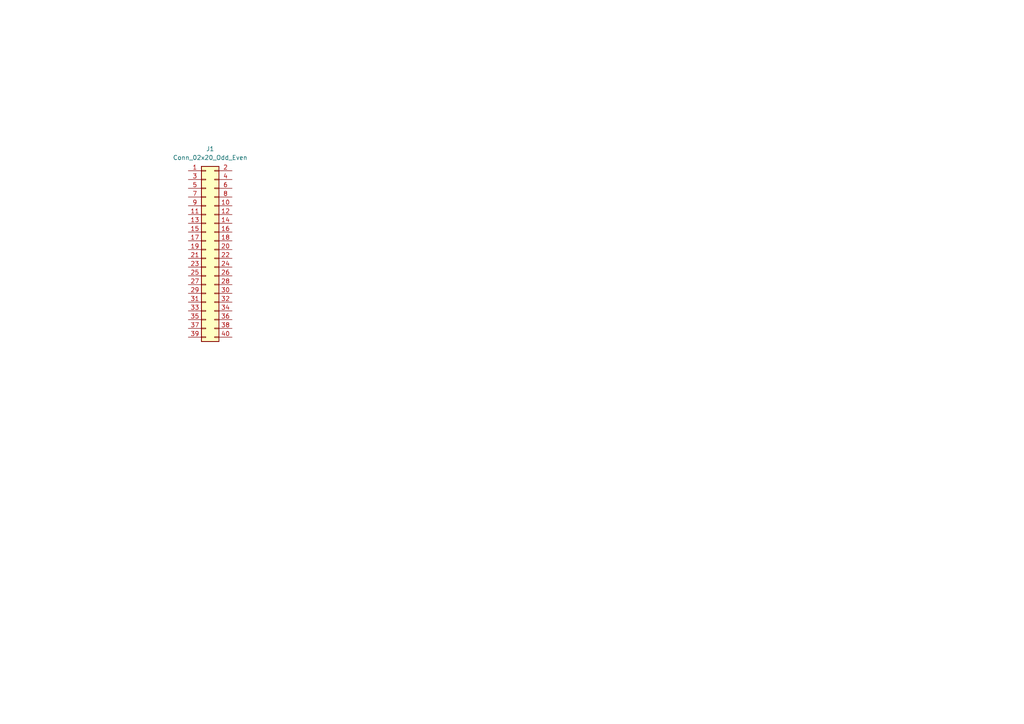
<source format=kicad_sch>
(kicad_sch (version 20250114) (generator "eeschema") (generator_version "9.0")
  (paper "A4")
  (lib_symbols
    (symbol "Connector_Generic:Conn_02x20_Odd_Even" (pin_names (offset 1.016) (hide yes))
      (property "Reference" "J" (at 1.27 25.4 0))
      (property "Value" "Conn_02x20_Odd_Even" (at 1.27 -27.94 0))
      (symbol "Conn_02x20_Odd_Even_1_1"
        (rectangle (start -1.27 24.13) (end 3.81 -26.67) (stroke (width 0.254)) (fill (type background)))
        (rectangle (start -1.27 22.987) (end 0 22.733) (stroke (width 0.1524)))
        (rectangle (start -1.27 20.447) (end 0 20.193) (stroke (width 0.1524)))
        (rectangle (start -1.27 17.907) (end 0 17.653) (stroke (width 0.1524)))
        (rectangle (start -1.27 15.367) (end 0 15.113) (stroke (width 0.1524)))
        (rectangle (start -1.27 12.827) (end 0 12.573) (stroke (width 0.1524)))
        (rectangle (start -1.27 10.287) (end 0 10.033) (stroke (width 0.1524)))
        (rectangle (start -1.27 7.747) (end 0 7.493) (stroke (width 0.1524)))
        (rectangle (start -1.27 5.207) (end 0 4.953) (stroke (width 0.1524)))
        (rectangle (start -1.27 2.667) (end 0 2.413) (stroke (width 0.1524)))
        (rectangle (start -1.27 0.127) (end 0 -0.127) (stroke (width 0.1524)))
        (rectangle (start -1.27 -2.413) (end 0 -2.667) (stroke (width 0.1524)))
        (rectangle (start -1.27 -4.953) (end 0 -5.207) (stroke (width 0.1524)))
        (rectangle (start -1.27 -7.493) (end 0 -7.747) (stroke (width 0.1524)))
        (rectangle (start -1.27 -10.033) (end 0 -10.287) (stroke (width 0.1524)))
        (rectangle (start -1.27 -12.573) (end 0 -12.827) (stroke (width 0.1524)))
        (rectangle (start -1.27 -15.113) (end 0 -15.367) (stroke (width 0.1524)))
        (rectangle (start -1.27 -17.653) (end 0 -17.907) (stroke (width 0.1524)))
        (rectangle (start -1.27 -20.193) (end 0 -20.447) (stroke (width 0.1524)))
        (rectangle (start -1.27 -22.733) (end 0 -22.987) (stroke (width 0.1524)))
        (rectangle (start -1.27 -25.273) (end 0 -25.527) (stroke (width 0.1524)))
        (rectangle (start 3.81 22.987) (end 2.54 22.733) (stroke (width 0.1524)))
        (rectangle (start 3.81 20.447) (end 2.54 20.193) (stroke (width 0.1524)))
        (rectangle (start 3.81 17.907) (end 2.54 17.653) (stroke (width 0.1524)))
        (rectangle (start 3.81 15.367) (end 2.54 15.113) (stroke (width 0.1524)))
        (rectangle (start 3.81 12.827) (end 2.54 12.573) (stroke (width 0.1524)))
        (rectangle (start 3.81 10.287) (end 2.54 10.033) (stroke (width 0.1524)))
        (rectangle (start 3.81 7.747) (end 2.54 7.493) (stroke (width 0.1524)))
        (rectangle (start 3.81 5.207) (end 2.54 4.953) (stroke (width 0.1524)))
        (rectangle (start 3.81 2.667) (end 2.54 2.413) (stroke (width 0.1524)))
        (rectangle (start 3.81 0.127) (end 2.54 -0.127) (stroke (width 0.1524)))
        (rectangle (start 3.81 -2.413) (end 2.54 -2.667) (stroke (width 0.1524)))
        (rectangle (start 3.81 -4.953) (end 2.54 -5.207) (stroke (width 0.1524)))
        (rectangle (start 3.81 -7.493) (end 2.54 -7.747) (stroke (width 0.1524)))
        (rectangle (start 3.81 -10.033) (end 2.54 -10.287) (stroke (width 0.1524)))
        (rectangle (start 3.81 -12.573) (end 2.54 -12.827) (stroke (width 0.1524)))
        (rectangle (start 3.81 -15.113) (end 2.54 -15.367) (stroke (width 0.1524)))
        (rectangle (start 3.81 -17.653) (end 2.54 -17.907) (stroke (width 0.1524)))
        (rectangle (start 3.81 -20.193) (end 2.54 -20.447) (stroke (width 0.1524)))
        (rectangle (start 3.81 -22.733) (end 2.54 -22.987) (stroke (width 0.1524)))
        (rectangle (start 3.81 -25.273) (end 2.54 -25.527) (stroke (width 0.1524)))
        (pin passive line (at -5.08 22.86 0) (length 3.81) (name "Pin_1") (number "1"))
        (pin passive line (at -5.08 20.32 0) (length 3.81) (name "Pin_3") (number "3"))
        (pin passive line (at -5.08 17.78 0) (length 3.81) (name "Pin_5") (number "5"))
        (pin passive line (at -5.08 15.24 0) (length 3.81) (name "Pin_7") (number "7"))
        (pin passive line (at -5.08 12.7 0) (length 3.81) (name "Pin_9") (number "9"))
        (pin passive line (at -5.08 10.16 0) (length 3.81) (name "Pin_11") (number "11"))
        (pin passive line (at -5.08 7.62 0) (length 3.81) (name "Pin_13") (number "13"))
        (pin passive line (at -5.08 5.08 0) (length 3.81) (name "Pin_15") (number "15"))
        (pin passive line (at -5.08 2.54 0) (length 3.81) (name "Pin_17") (number "17"))
        (pin passive line (at -5.08 0 0) (length 3.81) (name "Pin_19") (number "19"))
        (pin passive line (at -5.08 -2.54 0) (length 3.81) (name "Pin_21") (number "21"))
        (pin passive line (at -5.08 -5.08 0) (length 3.81) (name "Pin_23") (number "23"))
        (pin passive line (at -5.08 -7.62 0) (length 3.81) (name "Pin_25") (number "25"))
        (pin passive line (at -5.08 -10.16 0) (length 3.81) (name "Pin_27") (number "27"))
        (pin passive line (at -5.08 -12.7 0) (length 3.81) (name "Pin_29") (number "29"))
        (pin passive line (at -5.08 -15.24 0) (length 3.81) (name "Pin_31") (number "31"))
        (pin passive line (at -5.08 -17.78 0) (length 3.81) (name "Pin_33") (number "33"))
        (pin passive line (at -5.08 -20.32 0) (length 3.81) (name "Pin_35") (number "35"))
        (pin passive line (at -5.08 -22.86 0) (length 3.81) (name "Pin_37") (number "37"))
        (pin passive line (at -5.08 -25.4 0) (length 3.81) (name "Pin_39") (number "39"))
        (pin passive line (at 7.62 22.86 180) (length 3.81) (name "Pin_2") (number "2"))
        (pin passive line (at 7.62 20.32 180) (length 3.81) (name "Pin_4") (number "4"))
        (pin passive line (at 7.62 17.78 180) (length 3.81) (name "Pin_6") (number "6"))
        (pin passive line (at 7.62 15.24 180) (length 3.81) (name "Pin_8") (number "8"))
        (pin passive line (at 7.62 12.7 180) (length 3.81) (name "Pin_10") (number "10"))
        (pin passive line (at 7.62 10.16 180) (length 3.81) (name "Pin_12") (number "12"))
        (pin passive line (at 7.62 7.62 180) (length 3.81) (name "Pin_14") (number "14"))
        (pin passive line (at 7.62 5.08 180) (length 3.81) (name "Pin_16") (number "16"))
        (pin passive line (at 7.62 2.54 180) (length 3.81) (name "Pin_18") (number "18"))
        (pin passive line (at 7.62 0 180) (length 3.81) (name "Pin_20") (number "20"))
        (pin passive line (at 7.62 -2.54 180) (length 3.81) (name "Pin_22") (number "22"))
        (pin passive line (at 7.62 -5.08 180) (length 3.81) (name "Pin_24") (number "24"))
        (pin passive line (at 7.62 -7.62 180) (length 3.81) (name "Pin_26") (number "26"))
        (pin passive line (at 7.62 -10.16 180) (length 3.81) (name "Pin_28") (number "28"))
        (pin passive line (at 7.62 -12.7 180) (length 3.81) (name "Pin_30") (number "30"))
        (pin passive line (at 7.62 -15.24 180) (length 3.81) (name "Pin_32") (number "32"))
        (pin passive line (at 7.62 -17.78 180) (length 3.81) (name "Pin_34") (number "34"))
        (pin passive line (at 7.62 -20.32 180) (length 3.81) (name "Pin_36") (number "36"))
        (pin passive line (at 7.62 -22.86 180) (length 3.81) (name "Pin_38") (number "38"))
        (pin passive line (at 7.62 -25.4 180) (length 3.81) (name "Pin_40") (number "40"))
      )
    )
  )
  (symbol (lib_id "Connector_Generic:Conn_02x20_Odd_Even") (at 59.69 72.39 0) (unit 1)
    (property "Reference" "J1" (at 60.96 43.18 0))
    (property "Value" "Conn_02x20_Odd_Even" (at 60.96 45.72 0))
    (property "Footprint" "Connector_PinHeader_2.54mm:PinHeader_2x20_P2.54mm_Horizontal" (effects (hide yes)))
    (property "Description" "Generic connector, double row, 02x20, odd/even pin numbering scheme (row 1 odd numbers, row 2 even numbers), script generated (kicad-library-utils/schlib/autogen/connector/)" (effects (hide yes)))
  )
)
</source>
